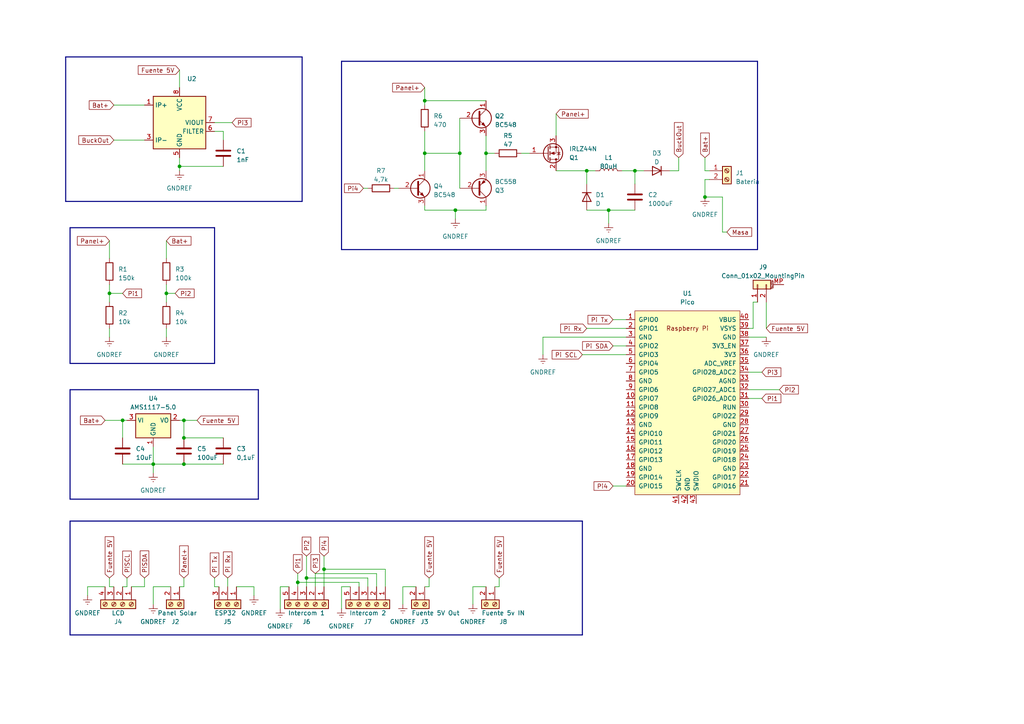
<source format=kicad_sch>
(kicad_sch (version 20230121) (generator eeschema)
  (paper "A4")
  (lib_symbols
    (symbol "Connector:Screw_Terminal_01x02" (pin_names (offset 1.016) hide)
      (property "Reference" "J" (at 0 2.54 0))
      (property "Value" "Screw_Terminal_01x02" (at 0 -5.08 0))
      (symbol "Screw_Terminal_01x02_1_1"
        (rectangle (start -1.27 1.27) (end 1.27 -3.81) (stroke (width 0.254)) (fill (type background)))
        (circle (center 0 -2.54) (radius 0.635) (stroke (width 0.1524)))
        (polyline (pts (xy -0.5334 -2.2098) (xy 0.3302 -3.048)) (stroke (width 0.1524)))
        (polyline (pts (xy -0.5334 0.3302) (xy 0.3302 -0.508)) (stroke (width 0.1524)))
        (polyline (pts (xy -0.3556 -2.032) (xy 0.508 -2.8702)) (stroke (width 0.1524)))
        (polyline (pts (xy -0.3556 0.508) (xy 0.508 -0.3302)) (stroke (width 0.1524)))
        (circle (center 0 0) (radius 0.635) (stroke (width 0.1524)))
        (pin passive line (at -5.08 0 0) (length 3.81) (name "Pin_1") (number "1"))
        (pin passive line (at -5.08 -2.54 0) (length 3.81) (name "Pin_2") (number "2"))
      )
    )
    (symbol "Connector:Screw_Terminal_01x03" (pin_names (offset 1.016) hide)
      (property "Reference" "J" (at 0 5.08 0))
      (property "Value" "Screw_Terminal_01x03" (at 0 -5.08 0))
      (symbol "Screw_Terminal_01x03_1_1"
        (rectangle (start -1.27 3.81) (end 1.27 -3.81) (stroke (width 0.254)) (fill (type background)))
        (circle (center 0 -2.54) (radius 0.635) (stroke (width 0.1524)))
        (polyline (pts (xy -0.5334 -2.2098) (xy 0.3302 -3.048)) (stroke (width 0.1524)))
        (polyline (pts (xy -0.5334 0.3302) (xy 0.3302 -0.508)) (stroke (width 0.1524)))
        (polyline (pts (xy -0.5334 2.8702) (xy 0.3302 2.032)) (stroke (width 0.1524)))
        (polyline (pts (xy -0.3556 -2.032) (xy 0.508 -2.8702)) (stroke (width 0.1524)))
        (polyline (pts (xy -0.3556 0.508) (xy 0.508 -0.3302)) (stroke (width 0.1524)))
        (polyline (pts (xy -0.3556 3.048) (xy 0.508 2.2098)) (stroke (width 0.1524)))
        (circle (center 0 0) (radius 0.635) (stroke (width 0.1524)))
        (circle (center 0 2.54) (radius 0.635) (stroke (width 0.1524)))
        (pin passive line (at -5.08 2.54 0) (length 3.81) (name "Pin_1") (number "1"))
        (pin passive line (at -5.08 0 0) (length 3.81) (name "Pin_2") (number "2"))
        (pin passive line (at -5.08 -2.54 0) (length 3.81) (name "Pin_3") (number "3"))
      )
    )
    (symbol "Connector:Screw_Terminal_01x04" (pin_names (offset 1.016) hide)
      (property "Reference" "J" (at 0 5.08 0))
      (property "Value" "Screw_Terminal_01x04" (at 0 -7.62 0))
      (symbol "Screw_Terminal_01x04_1_1"
        (rectangle (start -1.27 3.81) (end 1.27 -6.35) (stroke (width 0.254)) (fill (type background)))
        (circle (center 0 -5.08) (radius 0.635) (stroke (width 0.1524)))
        (circle (center 0 -2.54) (radius 0.635) (stroke (width 0.1524)))
        (polyline (pts (xy -0.5334 -4.7498) (xy 0.3302 -5.588)) (stroke (width 0.1524)))
        (polyline (pts (xy -0.5334 -2.2098) (xy 0.3302 -3.048)) (stroke (width 0.1524)))
        (polyline (pts (xy -0.5334 0.3302) (xy 0.3302 -0.508)) (stroke (width 0.1524)))
        (polyline (pts (xy -0.5334 2.8702) (xy 0.3302 2.032)) (stroke (width 0.1524)))
        (polyline (pts (xy -0.3556 -4.572) (xy 0.508 -5.4102)) (stroke (width 0.1524)))
        (polyline (pts (xy -0.3556 -2.032) (xy 0.508 -2.8702)) (stroke (width 0.1524)))
        (polyline (pts (xy -0.3556 0.508) (xy 0.508 -0.3302)) (stroke (width 0.1524)))
        (polyline (pts (xy -0.3556 3.048) (xy 0.508 2.2098)) (stroke (width 0.1524)))
        (circle (center 0 0) (radius 0.635) (stroke (width 0.1524)))
        (circle (center 0 2.54) (radius 0.635) (stroke (width 0.1524)))
        (pin passive line (at -5.08 2.54 0) (length 3.81) (name "Pin_1") (number "1"))
        (pin passive line (at -5.08 0 0) (length 3.81) (name "Pin_2") (number "2"))
        (pin passive line (at -5.08 -2.54 0) (length 3.81) (name "Pin_3") (number "3"))
        (pin passive line (at -5.08 -5.08 0) (length 3.81) (name "Pin_4") (number "4"))
      )
    )
    (symbol "Connector:Screw_Terminal_01x05" (pin_names (offset 1.016) hide)
      (property "Reference" "J" (at 0 7.62 0))
      (property "Value" "Screw_Terminal_01x05" (at 0 -7.62 0))
      (symbol "Screw_Terminal_01x05_1_1"
        (rectangle (start -1.27 6.35) (end 1.27 -6.35) (stroke (width 0.254)) (fill (type background)))
        (circle (center 0 -5.08) (radius 0.635) (stroke (width 0.1524)))
        (circle (center 0 -2.54) (radius 0.635) (stroke (width 0.1524)))
        (polyline (pts (xy -0.5334 -4.7498) (xy 0.3302 -5.588)) (stroke (width 0.1524)))
        (polyline (pts (xy -0.5334 -2.2098) (xy 0.3302 -3.048)) (stroke (width 0.1524)))
        (polyline (pts (xy -0.5334 0.3302) (xy 0.3302 -0.508)) (stroke (width 0.1524)))
        (polyline (pts (xy -0.5334 2.8702) (xy 0.3302 2.032)) (stroke (width 0.1524)))
        (polyline (pts (xy -0.5334 5.4102) (xy 0.3302 4.572)) (stroke (width 0.1524)))
        (polyline (pts (xy -0.3556 -4.572) (xy 0.508 -5.4102)) (stroke (width 0.1524)))
        (polyline (pts (xy -0.3556 -2.032) (xy 0.508 -2.8702)) (stroke (width 0.1524)))
        (polyline (pts (xy -0.3556 0.508) (xy 0.508 -0.3302)) (stroke (width 0.1524)))
        (polyline (pts (xy -0.3556 3.048) (xy 0.508 2.2098)) (stroke (width 0.1524)))
        (polyline (pts (xy -0.3556 5.588) (xy 0.508 4.7498)) (stroke (width 0.1524)))
        (circle (center 0 0) (radius 0.635) (stroke (width 0.1524)))
        (circle (center 0 2.54) (radius 0.635) (stroke (width 0.1524)))
        (circle (center 0 5.08) (radius 0.635) (stroke (width 0.1524)))
        (pin passive line (at -5.08 5.08 0) (length 3.81) (name "Pin_1") (number "1"))
        (pin passive line (at -5.08 2.54 0) (length 3.81) (name "Pin_2") (number "2"))
        (pin passive line (at -5.08 0 0) (length 3.81) (name "Pin_3") (number "3"))
        (pin passive line (at -5.08 -2.54 0) (length 3.81) (name "Pin_4") (number "4"))
        (pin passive line (at -5.08 -5.08 0) (length 3.81) (name "Pin_5") (number "5"))
      )
    )
    (symbol "Connector_Generic_MountingPin:Conn_01x02_MountingPin" (pin_names (offset 1.016) hide)
      (property "Reference" "J" (at 0 2.54 0))
      (property "Value" "Conn_01x02_MountingPin" (at 1.27 -5.08 0))
      (symbol "Conn_01x02_MountingPin_1_1"
        (rectangle (start -1.27 -2.413) (end 0 -2.667) (stroke (width 0.1524)))
        (rectangle (start -1.27 0.127) (end 0 -0.127) (stroke (width 0.1524)))
        (rectangle (start -1.27 1.27) (end 1.27 -3.81) (stroke (width 0.254)) (fill (type background)))
        (polyline (pts (xy -1.016 -4.572) (xy 1.016 -4.572)) (stroke (width 0.1524)))
        (text "Mounting" (at 0 -4.191 0) (effects (font (size 0.381 0.381))))
        (pin passive line (at -5.08 0 0) (length 3.81) (name "Pin_1") (number "1"))
        (pin passive line (at -5.08 -2.54 0) (length 3.81) (name "Pin_2") (number "2"))
        (pin passive line (at 0 -7.62 90) (length 3.048) (name "MountPin") (number "MP"))
      )
    )
    (symbol "Device:C" (pin_numbers hide) (pin_names (offset 0.254))
      (property "Reference" "C" (at 0.635 2.54 0))
      (property "Value" "C" (at 0.635 -2.54 0))
      (symbol "C_0_1"
        (polyline (pts (xy -2.032 -0.762) (xy 2.032 -0.762)) (stroke (width 0.508)))
        (polyline (pts (xy -2.032 0.762) (xy 2.032 0.762)) (stroke (width 0.508)))
      )
      (symbol "C_1_1"
        (pin passive line (at 0 3.81 270) (length 2.794) (name "~") (number "1"))
        (pin passive line (at 0 -3.81 90) (length 2.794) (name "~") (number "2"))
      )
    )
    (symbol "Device:D" (pin_numbers hide) (pin_names (offset 1.016) hide)
      (property "Reference" "D" (at 0 2.54 0))
      (property "Value" "D" (at 0 -2.54 0))
      (symbol "D_0_1"
        (polyline (pts (xy -1.27 1.27) (xy -1.27 -1.27)) (stroke (width 0.254)))
        (polyline (pts (xy 1.27 0) (xy -1.27 0)))
        (polyline (pts (xy 1.27 1.27) (xy 1.27 -1.27) (xy -1.27 0) (xy 1.27 1.27)) (stroke (width 0.254)))
      )
      (symbol "D_1_1"
        (pin passive line (at -3.81 0 0) (length 2.54) (name "K") (number "1"))
        (pin passive line (at 3.81 0 180) (length 2.54) (name "A") (number "2"))
      )
    )
    (symbol "Device:L" (pin_numbers hide) (pin_names (offset 1.016) hide)
      (property "Reference" "L" (at -1.27 0 90))
      (property "Value" "L" (at 1.905 0 90))
      (symbol "L_0_1"
        (arc (start 0 -2.54) (mid 0.6323 -1.905) (end 0 -1.27))
        (arc (start 0 -1.27) (mid 0.6323 -0.635) (end 0 0))
        (arc (start 0 0) (mid 0.6323 0.635) (end 0 1.27))
        (arc (start 0 1.27) (mid 0.6323 1.905) (end 0 2.54))
      )
      (symbol "L_1_1"
        (pin passive line (at 0 3.81 270) (length 1.27) (name "1") (number "1"))
        (pin passive line (at 0 -3.81 90) (length 1.27) (name "2") (number "2"))
      )
    )
    (symbol "Device:R" (pin_numbers hide) (pin_names (offset 0))
      (property "Reference" "R" (at 2.032 0 90))
      (property "Value" "R" (at 0 0 90))
      (symbol "R_0_1"
        (rectangle (start -1.016 -2.54) (end 1.016 2.54) (stroke (width 0.254)))
      )
      (symbol "R_1_1"
        (pin passive line (at 0 3.81 270) (length 1.27) (name "~") (number "1"))
        (pin passive line (at 0 -3.81 90) (length 1.27) (name "~") (number "2"))
      )
    )
    (symbol "Raspberry Pi:Pico" (pin_names (offset 1.016))
      (property "Reference" "U" (at -13.97 27.94 0))
      (property "Value" "Pico" (at 0 19.05 0))
      (symbol "Pico_0_0"
        (text "Raspberry Pi" (at 0 21.59 0) (effects (font (size 1.27 1.27))))
      )
      (symbol "Pico_0_1"
        (rectangle (start -15.24 26.67) (end 15.24 -26.67) (fill (type background)))
      )
      (symbol "Pico_1_1"
        (pin bidirectional line (at -17.78 24.13 0) (length 2.54) (name "GPIO0") (number "1"))
        (pin bidirectional line (at -17.78 1.27 0) (length 2.54) (name "GPIO7") (number "10"))
        (pin bidirectional line (at -17.78 -1.27 0) (length 2.54) (name "GPIO8") (number "11"))
        (pin bidirectional line (at -17.78 -3.81 0) (length 2.54) (name "GPIO9") (number "12"))
        (pin power_in line (at -17.78 -6.35 0) (length 2.54) (name "GND") (number "13"))
        (pin bidirectional line (at -17.78 -8.89 0) (length 2.54) (name "GPIO10") (number "14"))
        (pin bidirectional line (at -17.78 -11.43 0) (length 2.54) (name "GPIO11") (number "15"))
        (pin bidirectional line (at -17.78 -13.97 0) (length 2.54) (name "GPIO12") (number "16"))
        (pin bidirectional line (at -17.78 -16.51 0) (length 2.54) (name "GPIO13") (number "17"))
        (pin power_in line (at -17.78 -19.05 0) (length 2.54) (name "GND") (number "18"))
        (pin bidirectional line (at -17.78 -21.59 0) (length 2.54) (name "GPIO14") (number "19"))
        (pin bidirectional line (at -17.78 21.59 0) (length 2.54) (name "GPIO1") (number "2"))
        (pin bidirectional line (at -17.78 -24.13 0) (length 2.54) (name "GPIO15") (number "20"))
        (pin bidirectional line (at 17.78 -24.13 180) (length 2.54) (name "GPIO16") (number "21"))
        (pin bidirectional line (at 17.78 -21.59 180) (length 2.54) (name "GPIO17") (number "22"))
        (pin power_in line (at 17.78 -19.05 180) (length 2.54) (name "GND") (number "23"))
        (pin bidirectional line (at 17.78 -16.51 180) (length 2.54) (name "GPIO18") (number "24"))
        (pin bidirectional line (at 17.78 -13.97 180) (length 2.54) (name "GPIO19") (number "25"))
        (pin bidirectional line (at 17.78 -11.43 180) (length 2.54) (name "GPIO20") (number "26"))
        (pin bidirectional line (at 17.78 -8.89 180) (length 2.54) (name "GPIO21") (number "27"))
        (pin power_in line (at 17.78 -6.35 180) (length 2.54) (name "GND") (number "28"))
        (pin bidirectional line (at 17.78 -3.81 180) (length 2.54) (name "GPIO22") (number "29"))
        (pin power_in line (at -17.78 19.05 0) (length 2.54) (name "GND") (number "3"))
        (pin input line (at 17.78 -1.27 180) (length 2.54) (name "RUN") (number "30"))
        (pin bidirectional line (at 17.78 1.27 180) (length 2.54) (name "GPIO26_ADC0") (number "31"))
        (pin bidirectional line (at 17.78 3.81 180) (length 2.54) (name "GPIO27_ADC1") (number "32"))
        (pin power_in line (at 17.78 6.35 180) (length 2.54) (name "AGND") (number "33"))
        (pin bidirectional line (at 17.78 8.89 180) (length 2.54) (name "GPIO28_ADC2") (number "34"))
        (pin unspecified line (at 17.78 11.43 180) (length 2.54) (name "ADC_VREF") (number "35"))
        (pin unspecified line (at 17.78 13.97 180) (length 2.54) (name "3V3") (number "36"))
        (pin input line (at 17.78 16.51 180) (length 2.54) (name "3V3_EN") (number "37"))
        (pin bidirectional line (at 17.78 19.05 180) (length 2.54) (name "GND") (number "38"))
        (pin unspecified line (at 17.78 21.59 180) (length 2.54) (name "VSYS") (number "39"))
        (pin bidirectional line (at -17.78 16.51 0) (length 2.54) (name "GPIO2") (number "4"))
        (pin unspecified line (at 17.78 24.13 180) (length 2.54) (name "VBUS") (number "40"))
        (pin input line (at -2.54 -29.21 90) (length 2.54) (name "SWCLK") (number "41"))
        (pin power_in line (at 0 -29.21 90) (length 2.54) (name "GND") (number "42"))
        (pin bidirectional line (at 2.54 -29.21 90) (length 2.54) (name "SWDIO") (number "43"))
        (pin bidirectional line (at -17.78 13.97 0) (length 2.54) (name "GPIO3") (number "5"))
        (pin bidirectional line (at -17.78 11.43 0) (length 2.54) (name "GPIO4") (number "6"))
        (pin bidirectional line (at -17.78 8.89 0) (length 2.54) (name "GPIO5") (number "7"))
        (pin power_in line (at -17.78 6.35 0) (length 2.54) (name "GND") (number "8"))
        (pin bidirectional line (at -17.78 3.81 0) (length 2.54) (name "GPIO6") (number "9"))
      )
    )
    (symbol "Regulator_Linear:AMS1117-5.0"
      (property "Reference" "U" (at -3.81 3.175 0))
      (property "Value" "AMS1117-5.0" (at 0 3.175 0))
      (symbol "AMS1117-5.0_0_1"
        (rectangle (start -5.08 -5.08) (end 5.08 1.905) (stroke (width 0.254)) (fill (type background)))
      )
      (symbol "AMS1117-5.0_1_1"
        (pin power_in line (at 0 -7.62 90) (length 2.54) (name "GND") (number "1"))
        (pin power_out line (at 7.62 0 180) (length 2.54) (name "VO") (number "2"))
        (pin power_in line (at -7.62 0 0) (length 2.54) (name "VI") (number "3"))
      )
    )
    (symbol "Sensor_Current:ACS712xLCTR-20A"
      (property "Reference" "U" (at 2.54 11.43 0))
      (property "Value" "ACS712xLCTR-20A" (at 2.54 8.89 0))
      (symbol "ACS712xLCTR-20A_0_1"
        (rectangle (start -7.62 7.62) (end 7.62 -7.62) (stroke (width 0.254)) (fill (type background)))
      )
      (symbol "ACS712xLCTR-20A_1_1"
        (pin passive line (at -10.16 5.08 0) (length 2.54) (name "IP+") (number "1"))
        (pin passive line (at -10.16 5.08 0) (length 2.54) hide (name "IP+") (number "2"))
        (pin passive line (at -10.16 -5.08 0) (length 2.54) (name "IP-") (number "3"))
        (pin passive line (at -10.16 -5.08 0) (length 2.54) hide (name "IP-") (number "4"))
        (pin power_in line (at 0 -10.16 90) (length 2.54) (name "GND") (number "5"))
        (pin passive line (at 10.16 -2.54 180) (length 2.54) (name "FILTER") (number "6"))
        (pin output line (at 10.16 0 180) (length 2.54) (name "VIOUT") (number "7"))
        (pin power_in line (at 0 10.16 270) (length 2.54) (name "VCC") (number "8"))
      )
    )
    (symbol "Transistor_BJT:BC548" (pin_names (offset 0) hide)
      (property "Reference" "Q" (at 5.08 1.905 0))
      (property "Value" "BC548" (at 5.08 0 0))
      (symbol "BC548_0_1"
        (polyline (pts (xy 0 0) (xy 0.635 0)))
        (polyline (pts (xy 0.635 0.635) (xy 2.54 2.54)))
        (polyline (pts (xy 0.635 -0.635) (xy 2.54 -2.54) (xy 2.54 -2.54)))
        (polyline (pts (xy 0.635 1.905) (xy 0.635 -1.905) (xy 0.635 -1.905)) (stroke (width 0.508)))
        (polyline (pts (xy 1.27 -1.778) (xy 1.778 -1.27) (xy 2.286 -2.286) (xy 1.27 -1.778) (xy 1.27 -1.778)) (fill (type outline)))
        (circle (center 1.27 0) (radius 2.8194) (stroke (width 0.254)))
      )
      (symbol "BC548_1_1"
        (pin passive line (at 2.54 5.08 270) (length 2.54) (name "C") (number "1"))
        (pin input line (at -5.08 0 0) (length 5.08) (name "B") (number "2"))
        (pin passive line (at 2.54 -5.08 90) (length 2.54) (name "E") (number "3"))
      )
    )
    (symbol "Transistor_BJT:BC558" (pin_names (offset 0) hide)
      (property "Reference" "Q" (at 5.08 1.905 0))
      (property "Value" "BC558" (at 5.08 0 0))
      (symbol "BC558_0_1"
        (polyline (pts (xy 0.635 0.635) (xy 2.54 2.54)))
        (polyline (pts (xy 0.635 -0.635) (xy 2.54 -2.54) (xy 2.54 -2.54)))
        (polyline (pts (xy 0.635 1.905) (xy 0.635 -1.905) (xy 0.635 -1.905)) (stroke (width 0.508)))
        (polyline (pts (xy 2.286 -1.778) (xy 1.778 -2.286) (xy 1.27 -1.27) (xy 2.286 -1.778) (xy 2.286 -1.778)) (fill (type outline)))
        (circle (center 1.27 0) (radius 2.8194) (stroke (width 0.254)))
      )
      (symbol "BC558_1_1"
        (pin passive line (at 2.54 5.08 270) (length 2.54) (name "C") (number "1"))
        (pin input line (at -5.08 0 0) (length 5.715) (name "B") (number "2"))
        (pin passive line (at 2.54 -5.08 90) (length 2.54) (name "E") (number "3"))
      )
    )
    (symbol "Transistor_FET:IRLZ44N" (pin_names hide)
      (property "Reference" "Q" (at 6.35 1.905 0))
      (property "Value" "IRLZ44N" (at 6.35 0 0))
      (symbol "IRLZ44N_0_1"
        (polyline (pts (xy 0.254 0) (xy -2.54 0)))
        (polyline (pts (xy 0.254 1.905) (xy 0.254 -1.905)) (stroke (width 0.254)))
        (polyline (pts (xy 0.762 -1.27) (xy 0.762 -2.286)) (stroke (width 0.254)))
        (polyline (pts (xy 0.762 0.508) (xy 0.762 -0.508)) (stroke (width 0.254)))
        (polyline (pts (xy 0.762 2.286) (xy 0.762 1.27)) (stroke (width 0.254)))
        (polyline (pts (xy 2.54 2.54) (xy 2.54 1.778)))
        (polyline (pts (xy 2.54 -2.54) (xy 2.54 0) (xy 0.762 0)))
        (polyline (pts (xy 0.762 -1.778) (xy 3.302 -1.778) (xy 3.302 1.778) (xy 0.762 1.778)))
        (polyline (pts (xy 1.016 0) (xy 2.032 0.381) (xy 2.032 -0.381) (xy 1.016 0)) (fill (type outline)))
        (polyline (pts (xy 2.794 0.508) (xy 2.921 0.381) (xy 3.683 0.381) (xy 3.81 0.254)))
        (polyline (pts (xy 3.302 0.381) (xy 2.921 -0.254) (xy 3.683 -0.254) (xy 3.302 0.381)))
        (circle (center 1.651 0) (radius 2.794) (stroke (width 0.254)))
        (circle (center 2.54 -1.778) (radius 0.254) (fill (type outline)))
        (circle (center 2.54 1.778) (radius 0.254) (fill (type outline)))
      )
      (symbol "IRLZ44N_1_1"
        (pin input line (at -5.08 0 0) (length 2.54) (name "G") (number "1"))
        (pin passive line (at 2.54 5.08 270) (length 2.54) (name "D") (number "2"))
        (pin passive line (at 2.54 -5.08 90) (length 2.54) (name "S") (number "3"))
      )
    )
    (symbol "power:GNDREF" (power) (pin_names (offset 0))
      (property "Value" "GNDREF" (at 0 -3.81 0))
      (symbol "GNDREF_0_1"
        (polyline (pts (xy -0.635 -1.905) (xy 0.635 -1.905)))
        (polyline (pts (xy -0.127 -2.54) (xy 0.127 -2.54)))
        (polyline (pts (xy 0 -1.27) (xy 0 0)))
        (polyline (pts (xy 1.27 -1.27) (xy -1.27 -1.27)))
      )
      (symbol "GNDREF_1_1"
        (pin power_in line (at 0 0 270) (length 0) hide (name "GNDREF") (number "1"))
      )
    )
  )
  (junction (at 52.07 48.26))
  (junction (at 93.98 165.1))
  (junction (at 31.75 85.09))
  (junction (at 88.9 167.64))
  (junction (at 48.26 85.09))
  (junction (at 53.34 121.92))
  (junction (at 86.36 168.91))
  (junction (at 53.34 127))
  (junction (at 35.56 121.92))
  (junction (at 204.47 57.15))
  (junction (at 53.34 134.62))
  (junction (at 44.45 134.62))
  (junction (at 123.19 29.21))
  (junction (at 176.53 60.96))
  (junction (at 123.19 44.45))
  (junction (at 184.15 49.53))
  (junction (at 133.35 44.45))
  (junction (at 140.97 44.45))
  (junction (at 132.08 60.96))
  (junction (at 170.18 49.53))
  (wire (pts (xy 177.8 140.97) (xy 181.61 140.97)))
  (wire (pts (xy 209.55 67.31) (xy 209.55 57.15)))
  (bus (pts (xy 74.93 144.78) (xy 20.32 144.78)))
  (wire (pts (xy 99.06 170.18) (xy 99.06 176.53)))
  (wire (pts (xy 124.46 170.18) (xy 123.19 170.18)))
  (wire (pts (xy 140.97 29.21) (xy 123.19 29.21)))
  (wire (pts (xy 33.02 170.18) (xy 31.75 170.18)))
  (wire (pts (xy 93.98 165.1) (xy 111.76 165.1)))
  (wire (pts (xy 204.47 52.07) (xy 205.74 52.07)))
  (wire (pts (xy 170.18 95.25) (xy 181.61 95.25)))
  (wire (pts (xy 101.6 170.18) (xy 99.06 170.18)))
  (wire (pts (xy 123.19 29.21) (xy 123.19 30.48)))
  (wire (pts (xy 33.02 30.48) (xy 41.91 30.48)))
  (bus (pts (xy 99.06 17.78) (xy 99.06 72.39)))
  (wire (pts (xy 123.19 60.96) (xy 132.08 60.96)))
  (wire (pts (xy 218.44 87.63) (xy 219.71 87.63)))
  (wire (pts (xy 176.53 60.96) (xy 184.15 60.96)))
  (wire (pts (xy 177.8 92.71) (xy 181.61 92.71)))
  (wire (pts (xy 53.34 167.64) (xy 53.34 170.18)))
  (wire (pts (xy 209.55 57.15) (xy 204.47 57.15)))
  (wire (pts (xy 36.83 170.18) (xy 36.83 167.64)))
  (wire (pts (xy 33.02 40.64) (xy 41.91 40.64)))
  (wire (pts (xy 68.58 170.18) (xy 73.66 170.18)))
  (wire (pts (xy 86.36 168.91) (xy 86.36 166.37)))
  (wire (pts (xy 140.97 39.37) (xy 140.97 44.45)))
  (wire (pts (xy 52.07 48.26) (xy 52.07 49.53)))
  (wire (pts (xy 184.15 49.53) (xy 186.69 49.53)))
  (wire (pts (xy 222.25 87.63) (xy 222.25 95.25)))
  (wire (pts (xy 217.17 115.57) (xy 220.98 115.57)))
  (wire (pts (xy 123.19 44.45) (xy 123.19 49.53)))
  (wire (pts (xy 137.16 170.18) (xy 140.97 170.18)))
  (wire (pts (xy 114.3 54.61) (xy 115.57 54.61)))
  (bus (pts (xy 20.32 184.15) (xy 20.32 151.13)))
  (wire (pts (xy 218.44 95.25) (xy 218.44 87.63)))
  (wire (pts (xy 209.55 67.31) (xy 210.82 67.31)))
  (bus (pts (xy 219.71 72.39) (xy 99.06 72.39)))
  (bus (pts (xy 20.32 113.03) (xy 74.93 113.03)))
  (wire (pts (xy 88.9 167.64) (xy 106.68 167.64)))
  (wire (pts (xy 64.77 38.1) (xy 64.77 40.64)))
  (wire (pts (xy 48.26 95.25) (xy 48.26 97.79)))
  (bus (pts (xy 87.63 58.42) (xy 19.05 58.42)))
  (bus (pts (xy 74.93 113.03) (xy 74.93 144.78)))
  (wire (pts (xy 86.36 168.91) (xy 104.14 168.91)))
  (wire (pts (xy 105.41 54.61) (xy 106.68 54.61)))
  (wire (pts (xy 204.47 52.07) (xy 204.47 57.15)))
  (wire (pts (xy 91.44 166.37) (xy 109.22 166.37)))
  (wire (pts (xy 123.19 60.96) (xy 123.19 59.69)))
  (wire (pts (xy 204.47 45.72) (xy 204.47 49.53)))
  (wire (pts (xy 93.98 170.18) (xy 93.98 165.1)))
  (bus (pts (xy 19.05 16.51) (xy 19.05 58.42)))
  (wire (pts (xy 31.75 85.09) (xy 31.75 87.63)))
  (wire (pts (xy 53.34 121.92) (xy 57.15 121.92)))
  (wire (pts (xy 133.35 34.29) (xy 133.35 44.45)))
  (wire (pts (xy 52.07 20.32) (xy 52.07 25.4)))
  (wire (pts (xy 48.26 82.55) (xy 48.26 85.09)))
  (bus (pts (xy 20.32 151.13) (xy 168.91 151.13)))
  (wire (pts (xy 53.34 127) (xy 64.77 127)))
  (wire (pts (xy 62.23 170.18) (xy 63.5 170.18)))
  (wire (pts (xy 132.08 60.96) (xy 132.08 63.5)))
  (bus (pts (xy 62.23 105.41) (xy 20.32 105.41)))
  (wire (pts (xy 217.17 113.03) (xy 226.06 113.03)))
  (wire (pts (xy 41.91 170.18) (xy 41.91 167.64)))
  (bus (pts (xy 168.91 184.15) (xy 20.32 184.15)))
  (wire (pts (xy 62.23 38.1) (xy 64.77 38.1)))
  (bus (pts (xy 62.23 66.04) (xy 62.23 105.41)))
  (wire (pts (xy 168.91 102.87) (xy 181.61 102.87)))
  (wire (pts (xy 140.97 44.45) (xy 143.51 44.45)))
  (wire (pts (xy 104.14 168.91) (xy 104.14 170.18)))
  (wire (pts (xy 161.29 33.02) (xy 161.29 39.37)))
  (wire (pts (xy 86.36 170.18) (xy 86.36 168.91)))
  (wire (pts (xy 133.35 44.45) (xy 133.35 54.61)))
  (wire (pts (xy 176.53 60.96) (xy 170.18 60.96)))
  (wire (pts (xy 53.34 121.92) (xy 52.07 121.92)))
  (wire (pts (xy 144.78 170.18) (xy 143.51 170.18)))
  (wire (pts (xy 48.26 69.85) (xy 48.26 74.93)))
  (wire (pts (xy 31.75 95.25) (xy 31.75 97.79)))
  (wire (pts (xy 81.28 170.18) (xy 83.82 170.18)))
  (wire (pts (xy 44.45 134.62) (xy 53.34 134.62)))
  (wire (pts (xy 31.75 170.18) (xy 31.75 167.64)))
  (wire (pts (xy 35.56 121.92) (xy 35.56 127)))
  (wire (pts (xy 140.97 60.96) (xy 140.97 59.69)))
  (wire (pts (xy 44.45 129.54) (xy 44.45 134.62)))
  (wire (pts (xy 48.26 85.09) (xy 48.26 87.63)))
  (wire (pts (xy 217.17 97.79) (xy 222.25 97.79)))
  (wire (pts (xy 31.75 82.55) (xy 31.75 85.09)))
  (wire (pts (xy 144.78 167.64) (xy 144.78 170.18)))
  (wire (pts (xy 161.29 49.53) (xy 170.18 49.53)))
  (bus (pts (xy 19.05 16.51) (xy 87.63 16.51)))
  (wire (pts (xy 44.45 134.62) (xy 44.45 137.16)))
  (wire (pts (xy 44.45 175.26) (xy 44.45 170.18)))
  (wire (pts (xy 88.9 167.64) (xy 88.9 161.29)))
  (wire (pts (xy 93.98 165.1) (xy 93.98 161.29)))
  (wire (pts (xy 217.17 107.95) (xy 220.98 107.95)))
  (wire (pts (xy 196.85 45.72) (xy 196.85 49.53)))
  (bus (pts (xy 99.06 17.78) (xy 219.71 17.78)))
  (wire (pts (xy 30.48 121.92) (xy 35.56 121.92)))
  (wire (pts (xy 204.47 49.53) (xy 205.74 49.53)))
  (wire (pts (xy 184.15 49.53) (xy 180.34 49.53)))
  (wire (pts (xy 123.19 38.1) (xy 123.19 44.45)))
  (wire (pts (xy 217.17 95.25) (xy 218.44 95.25)))
  (wire (pts (xy 48.26 85.09) (xy 50.8 85.09)))
  (wire (pts (xy 62.23 35.56) (xy 67.31 35.56)))
  (wire (pts (xy 123.19 25.4) (xy 123.19 29.21)))
  (bus (pts (xy 20.32 113.03) (xy 20.32 144.78)))
  (wire (pts (xy 62.23 167.64) (xy 62.23 170.18)))
  (wire (pts (xy 137.16 175.26) (xy 137.16 170.18)))
  (wire (pts (xy 157.48 97.79) (xy 181.61 97.79)))
  (wire (pts (xy 81.28 176.53) (xy 81.28 170.18)))
  (wire (pts (xy 176.53 60.96) (xy 176.53 64.77)))
  (wire (pts (xy 111.76 165.1) (xy 111.76 170.18)))
  (wire (pts (xy 116.84 170.18) (xy 120.65 170.18)))
  (wire (pts (xy 52.07 48.26) (xy 64.77 48.26)))
  (wire (pts (xy 52.07 45.72) (xy 52.07 48.26)))
  (wire (pts (xy 25.4 170.18) (xy 25.4 172.72)))
  (wire (pts (xy 66.04 167.64) (xy 66.04 170.18)))
  (wire (pts (xy 36.83 121.92) (xy 35.56 121.92)))
  (wire (pts (xy 151.13 44.45) (xy 153.67 44.45)))
  (wire (pts (xy 106.68 167.64) (xy 106.68 170.18)))
  (wire (pts (xy 35.56 134.62) (xy 44.45 134.62)))
  (wire (pts (xy 109.22 166.37) (xy 109.22 170.18)))
  (bus (pts (xy 20.32 66.04) (xy 62.23 66.04)))
  (bus (pts (xy 20.32 66.04) (xy 20.32 105.41)))
  (bus (pts (xy 219.71 17.78) (xy 219.71 72.39)))
  (wire (pts (xy 35.56 170.18) (xy 36.83 170.18)))
  (wire (pts (xy 30.48 170.18) (xy 25.4 170.18)))
  (wire (pts (xy 184.15 53.34) (xy 184.15 49.53)))
  (wire (pts (xy 53.34 170.18) (xy 52.07 170.18)))
  (wire (pts (xy 31.75 85.09) (xy 35.56 85.09)))
  (wire (pts (xy 53.34 134.62) (xy 64.77 134.62)))
  (wire (pts (xy 91.44 170.18) (xy 91.44 166.37)))
  (wire (pts (xy 88.9 170.18) (xy 88.9 167.64)))
  (bus (pts (xy 87.63 16.51) (xy 87.63 58.42)))
  (wire (pts (xy 124.46 167.64) (xy 124.46 170.18)))
  (wire (pts (xy 31.75 69.85) (xy 31.75 74.93)))
  (wire (pts (xy 53.34 121.92) (xy 53.34 127)))
  (wire (pts (xy 196.85 49.53) (xy 194.31 49.53)))
  (wire (pts (xy 157.48 102.87) (xy 157.48 97.79)))
  (wire (pts (xy 123.19 44.45) (xy 133.35 44.45)))
  (wire (pts (xy 38.1 170.18) (xy 41.91 170.18)))
  (wire (pts (xy 170.18 49.53) (xy 172.72 49.53)))
  (wire (pts (xy 177.8 100.33) (xy 181.61 100.33)))
  (wire (pts (xy 73.66 170.18) (xy 73.66 172.72)))
  (wire (pts (xy 116.84 175.26) (xy 116.84 170.18)))
  (wire (pts (xy 44.45 170.18) (xy 49.53 170.18)))
  (bus (pts (xy 168.91 184.15) (xy 168.91 151.13)))
  (wire (pts (xy 140.97 44.45) (xy 140.97 49.53)))
  (wire (pts (xy 170.18 49.53) (xy 170.18 53.34)))
  (wire (pts (xy 132.08 60.96) (xy 140.97 60.96)))
  (global_label "Pi Rx" (shape input) (at 66.04 167.64 90) (property "Intersheetrefs" "${INTERSHEET_REFS}" (effects hide)))
  (global_label "Pi SCL" (shape input) (at 168.91 102.87 180) (property "Intersheetrefs" "${INTERSHEET_REFS}" (effects hide)))
  (global_label "Panel+" (shape input) (at 31.75 69.85 180) (property "Intersheetrefs" "${INTERSHEET_REFS}" (effects hide)))
  (global_label "Pi4" (shape input) (at 105.41 54.61 180) (property "Intersheetrefs" "${INTERSHEET_REFS}" (effects hide)))
  (global_label "BuckOut" (shape input) (at 33.02 40.64 180) (property "Intersheetrefs" "${INTERSHEET_REFS}" (effects hide)))
  (global_label "Pi Tx" (shape input) (at 62.23 167.64 90) (property "Intersheetrefs" "${INTERSHEET_REFS}" (effects hide)))
  (global_label "Fuente 5V" (shape input) (at 31.75 167.64 90) (property "Intersheetrefs" "${INTERSHEET_REFS}" (effects hide)))
  (global_label "Pi4" (shape input) (at 93.98 161.29 90) (property "Intersheetrefs" "${INTERSHEET_REFS}" (effects hide)))
  (global_label "Panel+" (shape input) (at 53.34 167.64 90) (property "Intersheetrefs" "${INTERSHEET_REFS}" (effects hide)))
  (global_label "Bat+" (shape input) (at 33.02 30.48 180) (property "Intersheetrefs" "${INTERSHEET_REFS}" (effects hide)))
  (global_label "BuckOut" (shape input) (at 196.85 45.72 90) (property "Intersheetrefs" "${INTERSHEET_REFS}" (effects hide)))
  (global_label "Fuente 5V" (shape input) (at 222.25 95.25 0) (property "Intersheetrefs" "${INTERSHEET_REFS}" (effects hide)))
  (global_label "Pi1" (shape input) (at 220.98 115.57 0) (property "Intersheetrefs" "${INTERSHEET_REFS}" (effects hide)))
  (global_label "Pi3" (shape input) (at 67.31 35.56 0) (property "Intersheetrefs" "${INTERSHEET_REFS}" (effects hide)))
  (global_label "Pi1" (shape input) (at 86.36 166.37 90) (property "Intersheetrefs" "${INTERSHEET_REFS}" (effects hide)))
  (global_label "Fuente 5V" (shape input) (at 124.46 167.64 90) (property "Intersheetrefs" "${INTERSHEET_REFS}" (effects hide)))
  (global_label "Masa" (shape input) (at 210.82 67.31 0) (property "Intersheetrefs" "${INTERSHEET_REFS}" (effects hide)))
  (global_label "Bat+" (shape input) (at 30.48 121.92 180) (property "Intersheetrefs" "${INTERSHEET_REFS}" (effects hide)))
  (global_label "Pi SDA" (shape input) (at 177.8 100.33 180) (property "Intersheetrefs" "${INTERSHEET_REFS}" (effects hide)))
  (global_label "Pi2" (shape input) (at 88.9 161.29 90) (property "Intersheetrefs" "${INTERSHEET_REFS}" (effects hide)))
  (global_label "Fuente 5V" (shape input) (at 57.15 121.92 0) (property "Intersheetrefs" "${INTERSHEET_REFS}" (effects hide)))
  (global_label "Fuente 5V" (shape input) (at 144.78 167.64 90) (property "Intersheetrefs" "${INTERSHEET_REFS}" (effects hide)))
  (global_label "Pi2" (shape input) (at 50.8 85.09 0) (property "Intersheetrefs" "${INTERSHEET_REFS}" (effects hide)))
  (global_label "Pi Rx" (shape input) (at 170.18 95.25 180) (property "Intersheetrefs" "${INTERSHEET_REFS}" (effects hide)))
  (global_label "Panel+" (shape input) (at 123.19 25.4 180) (property "Intersheetrefs" "${INTERSHEET_REFS}" (effects hide)))
  (global_label "Pi3" (shape input) (at 220.98 107.95 0) (property "Intersheetrefs" "${INTERSHEET_REFS}" (effects hide)))
  (global_label "Pi2" (shape input) (at 226.06 113.03 0) (property "Intersheetrefs" "${INTERSHEET_REFS}" (effects hide)))
  (global_label "Pi4" (shape input) (at 177.8 140.97 180) (property "Intersheetrefs" "${INTERSHEET_REFS}" (effects hide)))
  (global_label "Bat+" (shape input) (at 48.26 69.85 0) (property "Intersheetrefs" "${INTERSHEET_REFS}" (effects hide)))
  (global_label "Pi Tx" (shape input) (at 177.8 92.71 180) (property "Intersheetrefs" "${INTERSHEET_REFS}" (effects hide)))
  (global_label "PiSCL" (shape input) (at 36.83 167.64 90) (property "Intersheetrefs" "${INTERSHEET_REFS}" (effects hide)))
  (global_label "Panel+" (shape input) (at 161.29 33.02 0) (property "Intersheetrefs" "${INTERSHEET_REFS}" (effects hide)))
  (global_label "Pi1" (shape input) (at 35.56 85.09 0) (property "Intersheetrefs" "${INTERSHEET_REFS}" (effects hide)))
  (global_label "Bat+" (shape input) (at 204.47 45.72 90) (property "Intersheetrefs" "${INTERSHEET_REFS}" (effects hide)))
  (global_label "PiSDA" (shape input) (at 41.91 167.64 90) (property "Intersheetrefs" "${INTERSHEET_REFS}" (effects hide)))
  (global_label "Fuente 5V" (shape input) (at 52.07 20.32 180) (property "Intersheetrefs" "${INTERSHEET_REFS}" (effects hide)))
  (global_label "Pi3" (shape input) (at 91.44 166.37 90) (property "Intersheetrefs" "${INTERSHEET_REFS}" (effects hide)))
  (symbol (lib_id "power:GNDREF") (at 176.53 64.77 0) (mirror y) (unit 1)
    (property "Reference" "#PWR01" (effects hide))
    (property "Value" "GNDREF" (at 176.53 69.85 0))
  )
  (symbol (lib_id "Device:R") (at 31.75 91.44 0) (unit 1)
    (property "Reference" "R2" (at 34.29 90.805 0) (effects (justify left)))
    (property "Value" "10k" (at 34.29 93.345 0) (effects (justify left)))
    (property "Footprint" "Resistor_THT:R_Axial_DIN0207_L6.3mm_D2.5mm_P7.62mm_Horizontal" (effects hide))
  )
  (symbol (lib_id "Device:D") (at 170.18 57.15 270) (unit 1)
    (property "Reference" "D1" (at 172.72 56.515 90) (effects (justify left)))
    (property "Value" "D" (at 172.72 59.055 90) (effects (justify left)))
    (property "Footprint" "Package_TO_SOT_THT:TO-3P-3_Vertical" (effects hide))
    (property "Sim.Device" "D" (effects hide))
    (property "Sim.Pins" "1=K 2=A" (effects hide))
  )
  (symbol (lib_id "Device:C") (at 184.15 57.15 0) (unit 1)
    (property "Reference" "C2" (at 187.96 56.515 0) (effects (justify left)))
    (property "Value" "1000uF" (at 187.96 59.055 0) (effects (justify left)))
    (property "Footprint" "Capacitor_THT:C_Radial_D12.5mm_H25.0mm_P5.00mm" (effects hide))
  )
  (symbol (lib_id "power:GNDREF") (at 99.06 176.53 0) (unit 1)
    (property "Reference" "#PWR012" (effects hide))
    (property "Value" "GNDREF" (at 99.06 181.61 0))
  )
  (symbol (lib_id "power:GNDREF") (at 222.25 97.79 0) (unit 1)
    (property "Reference" "#PWR011" (effects hide))
    (property "Value" "GNDREF" (at 222.25 102.87 0))
  )
  (symbol (lib_id "Connector_Generic_MountingPin:Conn_01x02_MountingPin") (at 219.71 82.55 90) (unit 1)
    (property "Reference" "J9" (at 221.3356 77.47 90))
    (property "Value" "Conn_01x02_MountingPin" (at 221.3356 80.01 90))
    (property "Footprint" "Connector_PinHeader_2.54mm:PinHeader_1x02_P2.54mm_Vertical" (effects hide))
  )
  (symbol (lib_id "Device:C") (at 64.77 130.81 0) (unit 1)
    (property "Reference" "C3" (at 68.58 130.175 0) (effects (justify left)))
    (property "Value" "0,1uF" (at 68.58 132.715 0) (effects (justify left)))
    (property "Footprint" "Capacitor_THT:C_Disc_D3.0mm_W1.6mm_P2.50mm" (effects hide))
  )
  (symbol (lib_id "power:GNDREF") (at 137.16 175.26 0) (unit 1)
    (property "Reference" "#PWR015" (effects hide))
    (property "Value" "GNDREF" (at 137.16 180.34 0))
  )
  (symbol (lib_id "Device:R") (at 48.26 78.74 0) (unit 1)
    (property "Reference" "R3" (at 50.8 78.105 0) (effects (justify left)))
    (property "Value" "100k" (at 50.8 80.645 0) (effects (justify left)))
    (property "Footprint" "Resistor_THT:R_Axial_DIN0207_L6.3mm_D2.5mm_P15.24mm_Horizontal" (effects hide))
  )
  (symbol (lib_id "Transistor_BJT:BC558") (at 138.43 54.61 0) (mirror x) (unit 1)
    (property "Reference" "Q3" (at 143.51 55.245 0) (effects (justify left)))
    (property "Value" "BC558" (at 143.51 52.705 0) (effects (justify left)))
    (property "Footprint" "Package_TO_SOT_THT:TO-92_Inline_Wide" (effects hide))
    (property "Datasheet" "https://www.onsemi.com/pub/Collateral/BC556BTA-D.pdf" (effects hide))
  )
  (symbol (lib_id "Connector:Screw_Terminal_01x02") (at 52.07 175.26 270) (unit 1)
    (property "Reference" "J2" (at 52.07 180.34 90) (effects (justify right)))
    (property "Value" "Panel Solar" (at 57.15 177.8 90) (effects (justify right)))
    (property "Footprint" "TerminalBlock_MetzConnect:TerminalBlock_MetzConnect_Type067_RT01902HDWC_1x02_P10.00mm_Horizontal" (effects hide))
  )
  (symbol (lib_id "power:GNDREF") (at 73.66 172.72 0) (unit 1)
    (property "Reference" "#PWR013" (effects hide))
    (property "Value" "GNDREF" (at 73.66 177.8 0))
  )
  (symbol (lib_id "power:GNDREF") (at 25.4 172.72 0) (unit 1)
    (property "Reference" "#PWR08" (effects hide))
    (property "Value" "GNDREF" (at 25.4 177.8 0))
  )
  (symbol (lib_id "Connector:Screw_Terminal_01x05") (at 88.9 175.26 270) (unit 1)
    (property "Reference" "J6" (at 88.9 180.34 90))
    (property "Value" "Intercom 1" (at 88.9 177.8 90))
    (property "Footprint" "TerminalBlock_Phoenix:TerminalBlock_Phoenix_MPT-0,5-5-2.54_1x05_P2.54mm_Horizontal" (effects hide))
  )
  (symbol (lib_id "Device:R") (at 48.26 91.44 0) (unit 1)
    (property "Reference" "R4" (at 50.8 90.805 0) (effects (justify left)))
    (property "Value" "10k" (at 50.8 93.345 0) (effects (justify left)))
    (property "Footprint" "Resistor_THT:R_Axial_DIN0207_L6.3mm_D2.5mm_P7.62mm_Horizontal" (effects hide))
  )
  (symbol (lib_id "power:GNDREF") (at 81.28 176.53 0) (unit 1)
    (property "Reference" "#PWR09" (effects hide))
    (property "Value" "GNDREF" (at 81.28 181.61 0))
  )
  (symbol (lib_id "power:GNDREF") (at 132.08 63.5 0) (unit 1)
    (property "Reference" "#PWR07" (effects hide))
    (property "Value" "GNDREF" (at 132.08 68.58 0))
  )
  (symbol (lib_id "Device:R") (at 147.32 44.45 90) (unit 1)
    (property "Reference" "R5" (at 147.32 39.37 90))
    (property "Value" "47" (at 147.32 41.91 90))
    (property "Footprint" "Resistor_THT:R_Axial_DIN0207_L6.3mm_D2.5mm_P7.62mm_Horizontal" (effects hide))
  )
  (symbol (lib_id "power:GNDREF") (at 204.47 57.15 0) (mirror y) (unit 1)
    (property "Reference" "#PWR02" (effects hide))
    (property "Value" "GNDREF" (at 204.47 62.23 0))
  )
  (symbol (lib_id "Device:R") (at 123.19 34.29 0) (unit 1)
    (property "Reference" "R6" (at 125.73 33.655 0) (effects (justify left)))
    (property "Value" "470" (at 125.73 36.195 0) (effects (justify left)))
    (property "Footprint" "Resistor_THT:R_Axial_DIN0207_L6.3mm_D2.5mm_P7.62mm_Horizontal" (effects hide))
  )
  (symbol (lib_id "power:GNDREF") (at 48.26 97.79 0) (unit 1)
    (property "Reference" "#PWR06" (effects hide))
    (property "Value" "GNDREF" (at 48.26 102.87 0))
  )
  (symbol (lib_id "Transistor_BJT:BC548") (at 138.43 34.29 0) (unit 1)
    (property "Reference" "Q2" (at 143.51 33.655 0) (effects (justify left)))
    (property "Value" "BC548" (at 143.51 36.195 0) (effects (justify left)))
    (property "Footprint" "Package_TO_SOT_THT:TO-92_Inline_Wide" (effects hide))
    (property "Datasheet" "https://www.onsemi.com/pub/Collateral/BC550-D.pdf" (effects hide))
  )
  (symbol (lib_id "Raspberry Pi:Pico") (at 199.39 116.84 0) (unit 1)
    (property "Reference" "U1" (at 199.39 85.09 0))
    (property "Value" "Pico" (at 199.39 87.63 0))
    (property "Footprint" "Raspberry Pi Pico:RPi_Pico_SMD_TH" (effects hide))
  )
  (symbol (lib_id "Device:L") (at 176.53 49.53 90) (unit 1)
    (property "Reference" "L1" (at 176.53 45.72 90))
    (property "Value" "80uH" (at 176.53 48.26 90))
    (property "Footprint" "Inductor_THT:L_Toroid_Horizontal_D41.9mm_P37.60mm_Vishay_TJ7" (effects hide))
  )
  (symbol (lib_id "Device:R") (at 110.49 54.61 90) (unit 1)
    (property "Reference" "R7" (at 110.49 49.53 90))
    (property "Value" "4,7k" (at 110.49 52.07 90))
    (property "Footprint" "Resistor_THT:R_Axial_DIN0207_L6.3mm_D2.5mm_P10.16mm_Horizontal" (effects hide))
  )
  (symbol (lib_id "Regulator_Linear:AMS1117-5.0") (at 44.45 121.92 0) (unit 1)
    (property "Reference" "U4" (at 44.45 115.57 0))
    (property "Value" "AMS1117-5.0" (at 44.45 118.11 0))
    (property "Footprint" "Package_TO_SOT_SMD:SOT-223-3_TabPin2" (effects hide))
    (property "Datasheet" "http://www.advanced-monolithic.com/pdf/ds1117.pdf" (effects hide))
  )
  (symbol (lib_id "power:GNDREF") (at 52.07 49.53 0) (unit 1)
    (property "Reference" "#PWR04" (effects hide))
    (property "Value" "GNDREF" (at 52.07 54.61 0))
  )
  (symbol (lib_id "Connector:Screw_Terminal_01x05") (at 106.68 175.26 270) (unit 1)
    (property "Reference" "J7" (at 106.68 180.34 90))
    (property "Value" "Intercom 2" (at 106.68 177.8 90))
    (property "Footprint" "TerminalBlock_Phoenix:TerminalBlock_Phoenix_MPT-0,5-5-2.54_1x05_P2.54mm_Horizontal" (effects hide))
  )
  (symbol (lib_id "Connector:Screw_Terminal_01x02") (at 123.19 175.26 270) (unit 1)
    (property "Reference" "J3" (at 121.92 180.34 90) (effects (justify left)))
    (property "Value" "Fuente 5V Out" (at 119.38 177.8 90) (effects (justify left)))
    (property "Footprint" "TerminalBlock_Phoenix:TerminalBlock_Phoenix_MKDS-1,5-2-5.08_1x02_P5.08mm_Horizontal" (effects hide))
  )
  (symbol (lib_id "Device:R") (at 31.75 78.74 0) (unit 1)
    (property "Reference" "R1" (at 34.29 78.105 0) (effects (justify left)))
    (property "Value" "150k" (at 34.29 80.645 0) (effects (justify left)))
    (property "Footprint" "Resistor_THT:R_Axial_DIN0207_L6.3mm_D2.5mm_P7.62mm_Horizontal" (effects hide))
  )
  (symbol (lib_id "Connector:Screw_Terminal_01x02") (at 210.82 49.53 0) (unit 1)
    (property "Reference" "J1" (at 213.36 50.165 0) (effects (justify left)))
    (property "Value" "Bateria" (at 213.36 52.705 0) (effects (justify left)))
    (property "Footprint" "TerminalBlock_MetzConnect:TerminalBlock_MetzConnect_Type067_RT01902HDWC_1x02_P10.00mm_Horizontal" (effects hide))
  )
  (symbol (lib_id "power:GNDREF") (at 44.45 137.16 0) (unit 1)
    (property "Reference" "#PWR010" (effects hide))
    (property "Value" "GNDREF" (at 44.45 142.24 0))
  )
  (symbol (lib_id "power:GNDREF") (at 157.48 102.87 0) (unit 1)
    (property "Reference" "#PWR016" (effects hide))
    (property "Value" "GNDREF" (at 157.48 107.95 0))
  )
  (symbol (lib_id "power:GNDREF") (at 44.45 175.26 0) (unit 1)
    (property "Reference" "#PWR014" (effects hide))
    (property "Value" "GNDREF" (at 44.45 180.34 0))
  )
  (symbol (lib_id "Transistor_BJT:BC548") (at 120.65 54.61 0) (unit 1)
    (property "Reference" "Q4" (at 125.73 53.975 0) (effects (justify left)))
    (property "Value" "BC548" (at 125.73 56.515 0) (effects (justify left)))
    (property "Footprint" "Package_TO_SOT_THT:TO-92_Inline_Wide" (effects hide))
    (property "Datasheet" "https://www.onsemi.com/pub/Collateral/BC550-D.pdf" (effects hide))
  )
  (symbol (lib_id "Device:C") (at 64.77 44.45 0) (unit 1)
    (property "Reference" "C1" (at 68.58 43.815 0) (effects (justify left)))
    (property "Value" "1nF" (at 68.58 46.355 0) (effects (justify left)))
    (property "Footprint" "Capacitor_THT:C_Disc_D3.0mm_W1.6mm_P2.50mm" (effects hide))
  )
  (symbol (lib_id "power:GNDREF") (at 116.84 175.26 0) (unit 1)
    (property "Reference" "#PWR03" (effects hide))
    (property "Value" "GNDREF" (at 116.84 180.34 0))
  )
  (symbol (lib_id "Device:C") (at 53.34 130.81 0) (unit 1)
    (property "Reference" "C5" (at 57.15 130.175 0) (effects (justify left)))
    (property "Value" "100uF" (at 57.15 132.715 0) (effects (justify left)))
    (property "Footprint" "Capacitor_THT:C_Radial_D8.0mm_H11.5mm_P3.50mm" (effects hide))
  )
  (symbol (lib_id "Device:D") (at 190.5 49.53 180) (unit 1)
    (property "Reference" "D3" (at 190.5 44.45 0))
    (property "Value" "D" (at 190.5 46.99 0))
    (property "Footprint" "Package_TO_SOT_THT:TO-3P-3_Vertical" (effects hide))
    (property "Sim.Device" "D" (effects hide))
    (property "Sim.Pins" "1=K 2=A" (effects hide))
  )
  (symbol (lib_id "Connector:Screw_Terminal_01x04") (at 35.56 175.26 270) (unit 1)
    (property "Reference" "J4" (at 34.29 180.34 90))
    (property "Value" "LCD" (at 34.29 177.8 90))
    (property "Footprint" "TerminalBlock_Phoenix:TerminalBlock_Phoenix_MPT-0,5-4-2.54_1x04_P2.54mm_Horizontal" (effects hide))
  )
  (symbol (lib_id "power:GNDREF") (at 31.75 97.79 0) (unit 1)
    (property "Reference" "#PWR05" (effects hide))
    (property "Value" "GNDREF" (at 31.75 102.87 0))
  )
  (symbol (lib_id "Connector:Screw_Terminal_01x03") (at 66.04 175.26 270) (unit 1)
    (property "Reference" "J5" (at 64.77 180.34 90) (effects (justify left)))
    (property "Value" "ESP32" (at 62.23 177.8 90) (effects (justify left)))
    (property "Footprint" "TerminalBlock_Phoenix:TerminalBlock_Phoenix_MPT-0,5-3-2.54_1x03_P2.54mm_Horizontal" (effects hide))
  )
  (symbol (lib_id "Device:C") (at 35.56 130.81 0) (unit 1)
    (property "Reference" "C4" (at 39.37 130.175 0) (effects (justify left)))
    (property "Value" "10uF" (at 39.37 132.715 0) (effects (justify left)))
    (property "Footprint" "Capacitor_THT:C_Radial_D6.3mm_H11.0mm_P2.50mm" (effects hide))
  )
  (symbol (lib_id "Sensor_Current:ACS712xLCTR-20A") (at 52.07 35.56 0) (unit 1)
    (property "Reference" "U2" (at 54.2641 22.86 0) (effects (justify left)))
    (property "Value" "ACS712xLCTR-20A" (effects hide))
    (property "Footprint" "Package_SO:SOIC-8_3.9x4.9mm_P1.27mm" (effects hide))
    (property "Datasheet" "http://www.allegromicro.com/~/media/Files/Datasheets/ACS712-Datasheet.ashx?la=en" (effects hide))
  )
  (symbol (lib_id "Connector:Screw_Terminal_01x02") (at 143.51 175.26 270) (unit 1)
    (property "Reference" "J8" (at 144.78 180.34 90) (effects (justify left)))
    (property "Value" "Fuente 5v IN" (at 139.7 177.8 90) (effects (justify left)))
    (property "Footprint" "TerminalBlock_Phoenix:TerminalBlock_Phoenix_MKDS-1,5-2-5.08_1x02_P5.08mm_Horizontal" (effects hide))
  )
  (symbol (lib_id "Transistor_FET:IRLZ44N") (at 158.75 44.45 0) (mirror x) (unit 1)
    (property "Reference" "Q1" (at 165.1 45.72 0) (effects (justify left)))
    (property "Value" "IRLZ44N" (at 165.1 43.18 0) (effects (justify left)))
    (property "Footprint" "Package_TO_SOT_THT:TO-220-3_Vertical" (effects hide))
    (property "Datasheet" "http://www.irf.com/product-info/datasheets/data/irlz44n.pdf" (effects hide))
  )
)
</source>
